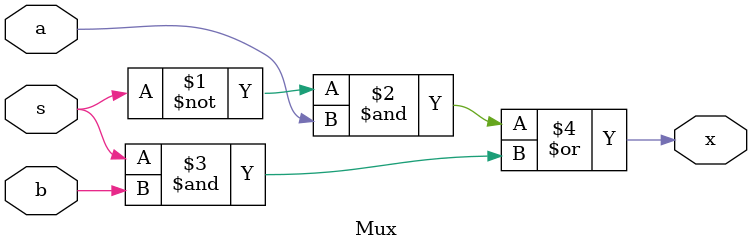
<source format=v>
`timescale 1ns / 1ps
module Mux(
    input a,
    input b,
    input s,
    output x
    );
	 
	 assign x =(~s)&(a) | (s)&(b);


endmodule

</source>
